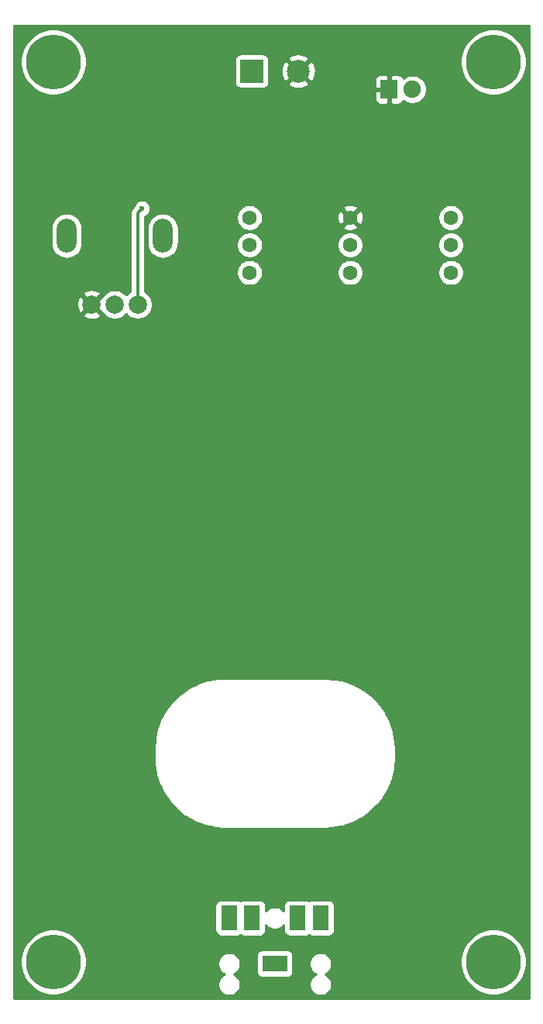
<source format=gbr>
G04 #@! TF.GenerationSoftware,KiCad,Pcbnew,(5.1.0-0)*
G04 #@! TF.CreationDate,2019-04-30T21:56:07-04:00*
G04 #@! TF.ProjectId,The Ear Tool,54686520-4561-4722-9054-6f6f6c2e6b69,1.3*
G04 #@! TF.SameCoordinates,Original*
G04 #@! TF.FileFunction,Copper,L1,Top*
G04 #@! TF.FilePolarity,Positive*
%FSLAX46Y46*%
G04 Gerber Fmt 4.6, Leading zero omitted, Abs format (unit mm)*
G04 Created by KiCad (PCBNEW (5.1.0-0)) date 2019-04-30 21:56:07*
%MOMM*%
%LPD*%
G04 APERTURE LIST*
%ADD10R,1.900000X2.000000*%
%ADD11C,1.900000*%
%ADD12C,1.600000*%
%ADD13C,6.000000*%
%ADD14C,2.000000*%
%ADD15O,2.200000X3.700000*%
%ADD16R,2.700000X1.800000*%
%ADD17R,1.800000X2.700000*%
%ADD18R,2.500000X2.500000*%
%ADD19C,2.500000*%
%ADD20C,0.600000*%
%ADD21C,0.350000*%
%ADD22C,0.254000*%
G04 APERTURE END LIST*
D10*
X146000000Y-45000000D03*
D11*
X148540000Y-45000000D03*
D12*
X152750000Y-65000000D03*
X152750000Y-62000000D03*
X152750000Y-59000000D03*
X141750000Y-65000000D03*
X141750000Y-62000000D03*
X141750000Y-59000000D03*
D13*
X109300000Y-42000000D03*
X157400000Y-42000000D03*
X109300000Y-140300000D03*
X157400000Y-140300000D03*
D14*
X113500000Y-68500000D03*
X116000000Y-68500000D03*
X118500000Y-68500000D03*
D15*
X110750000Y-61000000D03*
X121250000Y-61000000D03*
D16*
X133500000Y-140500000D03*
D17*
X128500000Y-135500000D03*
X131000000Y-135500000D03*
X136000000Y-135500000D03*
X138500000Y-135500000D03*
D18*
X131000000Y-43000000D03*
D19*
X136080000Y-43000000D03*
D12*
X130750000Y-65000000D03*
X130750000Y-62000000D03*
X130750000Y-59000000D03*
D20*
X119000000Y-58000000D03*
D21*
X118500000Y-68500000D02*
X118500000Y-58500000D01*
X118500000Y-58500000D02*
X119000000Y-58000000D01*
D22*
G36*
X161290001Y-38265115D02*
G01*
X161290000Y-38265124D01*
X161290001Y-143965114D01*
X161290000Y-143965124D01*
X161290000Y-144290000D01*
X105010000Y-144290000D01*
X105010000Y-139941984D01*
X105665000Y-139941984D01*
X105665000Y-140658016D01*
X105804691Y-141360290D01*
X106078705Y-142021818D01*
X106476511Y-142617177D01*
X106982823Y-143123489D01*
X107578182Y-143521295D01*
X108239710Y-143795309D01*
X108941984Y-143935000D01*
X109658016Y-143935000D01*
X110360290Y-143795309D01*
X111021818Y-143521295D01*
X111617177Y-143123489D01*
X112123489Y-142617177D01*
X112521295Y-142021818D01*
X112795309Y-141360290D01*
X112935000Y-140658016D01*
X112935000Y-140378363D01*
X127265000Y-140378363D01*
X127265000Y-140621637D01*
X127312460Y-140860236D01*
X127405557Y-141084992D01*
X127540713Y-141287267D01*
X127712733Y-141459287D01*
X127915008Y-141594443D01*
X127988779Y-141625000D01*
X127915008Y-141655557D01*
X127712733Y-141790713D01*
X127540713Y-141962733D01*
X127405557Y-142165008D01*
X127312460Y-142389764D01*
X127265000Y-142628363D01*
X127265000Y-142871637D01*
X127312460Y-143110236D01*
X127405557Y-143334992D01*
X127540713Y-143537267D01*
X127712733Y-143709287D01*
X127915008Y-143844443D01*
X128139764Y-143937540D01*
X128378363Y-143985000D01*
X128621637Y-143985000D01*
X128860236Y-143937540D01*
X129084992Y-143844443D01*
X129287267Y-143709287D01*
X129459287Y-143537267D01*
X129594443Y-143334992D01*
X129687540Y-143110236D01*
X129735000Y-142871637D01*
X129735000Y-142628363D01*
X129687540Y-142389764D01*
X129594443Y-142165008D01*
X129459287Y-141962733D01*
X129287267Y-141790713D01*
X129084992Y-141655557D01*
X129011221Y-141625000D01*
X129084992Y-141594443D01*
X129287267Y-141459287D01*
X129459287Y-141287267D01*
X129594443Y-141084992D01*
X129687540Y-140860236D01*
X129735000Y-140621637D01*
X129735000Y-140378363D01*
X129687540Y-140139764D01*
X129594443Y-139915008D01*
X129459287Y-139712733D01*
X129346554Y-139600000D01*
X131511928Y-139600000D01*
X131511928Y-141400000D01*
X131524188Y-141524482D01*
X131560498Y-141644180D01*
X131619463Y-141754494D01*
X131698815Y-141851185D01*
X131795506Y-141930537D01*
X131905820Y-141989502D01*
X132025518Y-142025812D01*
X132150000Y-142038072D01*
X134850000Y-142038072D01*
X134974482Y-142025812D01*
X135094180Y-141989502D01*
X135204494Y-141930537D01*
X135301185Y-141851185D01*
X135380537Y-141754494D01*
X135439502Y-141644180D01*
X135475812Y-141524482D01*
X135488072Y-141400000D01*
X135488072Y-140378363D01*
X137265000Y-140378363D01*
X137265000Y-140621637D01*
X137312460Y-140860236D01*
X137405557Y-141084992D01*
X137540713Y-141287267D01*
X137712733Y-141459287D01*
X137915008Y-141594443D01*
X137988779Y-141625000D01*
X137915008Y-141655557D01*
X137712733Y-141790713D01*
X137540713Y-141962733D01*
X137405557Y-142165008D01*
X137312460Y-142389764D01*
X137265000Y-142628363D01*
X137265000Y-142871637D01*
X137312460Y-143110236D01*
X137405557Y-143334992D01*
X137540713Y-143537267D01*
X137712733Y-143709287D01*
X137915008Y-143844443D01*
X138139764Y-143937540D01*
X138378363Y-143985000D01*
X138621637Y-143985000D01*
X138860236Y-143937540D01*
X139084992Y-143844443D01*
X139287267Y-143709287D01*
X139459287Y-143537267D01*
X139594443Y-143334992D01*
X139687540Y-143110236D01*
X139735000Y-142871637D01*
X139735000Y-142628363D01*
X139687540Y-142389764D01*
X139594443Y-142165008D01*
X139459287Y-141962733D01*
X139287267Y-141790713D01*
X139084992Y-141655557D01*
X139011221Y-141625000D01*
X139084992Y-141594443D01*
X139287267Y-141459287D01*
X139459287Y-141287267D01*
X139594443Y-141084992D01*
X139687540Y-140860236D01*
X139735000Y-140621637D01*
X139735000Y-140378363D01*
X139687540Y-140139764D01*
X139605617Y-139941984D01*
X153765000Y-139941984D01*
X153765000Y-140658016D01*
X153904691Y-141360290D01*
X154178705Y-142021818D01*
X154576511Y-142617177D01*
X155082823Y-143123489D01*
X155678182Y-143521295D01*
X156339710Y-143795309D01*
X157041984Y-143935000D01*
X157758016Y-143935000D01*
X158460290Y-143795309D01*
X159121818Y-143521295D01*
X159717177Y-143123489D01*
X160223489Y-142617177D01*
X160621295Y-142021818D01*
X160895309Y-141360290D01*
X161035000Y-140658016D01*
X161035000Y-139941984D01*
X160895309Y-139239710D01*
X160621295Y-138578182D01*
X160223489Y-137982823D01*
X159717177Y-137476511D01*
X159121818Y-137078705D01*
X158460290Y-136804691D01*
X157758016Y-136665000D01*
X157041984Y-136665000D01*
X156339710Y-136804691D01*
X155678182Y-137078705D01*
X155082823Y-137476511D01*
X154576511Y-137982823D01*
X154178705Y-138578182D01*
X153904691Y-139239710D01*
X153765000Y-139941984D01*
X139605617Y-139941984D01*
X139594443Y-139915008D01*
X139459287Y-139712733D01*
X139287267Y-139540713D01*
X139084992Y-139405557D01*
X138860236Y-139312460D01*
X138621637Y-139265000D01*
X138378363Y-139265000D01*
X138139764Y-139312460D01*
X137915008Y-139405557D01*
X137712733Y-139540713D01*
X137540713Y-139712733D01*
X137405557Y-139915008D01*
X137312460Y-140139764D01*
X137265000Y-140378363D01*
X135488072Y-140378363D01*
X135488072Y-139600000D01*
X135475812Y-139475518D01*
X135439502Y-139355820D01*
X135380537Y-139245506D01*
X135301185Y-139148815D01*
X135204494Y-139069463D01*
X135094180Y-139010498D01*
X134974482Y-138974188D01*
X134850000Y-138961928D01*
X132150000Y-138961928D01*
X132025518Y-138974188D01*
X131905820Y-139010498D01*
X131795506Y-139069463D01*
X131698815Y-139148815D01*
X131619463Y-139245506D01*
X131560498Y-139355820D01*
X131524188Y-139475518D01*
X131511928Y-139600000D01*
X129346554Y-139600000D01*
X129287267Y-139540713D01*
X129084992Y-139405557D01*
X128860236Y-139312460D01*
X128621637Y-139265000D01*
X128378363Y-139265000D01*
X128139764Y-139312460D01*
X127915008Y-139405557D01*
X127712733Y-139540713D01*
X127540713Y-139712733D01*
X127405557Y-139915008D01*
X127312460Y-140139764D01*
X127265000Y-140378363D01*
X112935000Y-140378363D01*
X112935000Y-139941984D01*
X112795309Y-139239710D01*
X112521295Y-138578182D01*
X112123489Y-137982823D01*
X111617177Y-137476511D01*
X111021818Y-137078705D01*
X110360290Y-136804691D01*
X109658016Y-136665000D01*
X108941984Y-136665000D01*
X108239710Y-136804691D01*
X107578182Y-137078705D01*
X106982823Y-137476511D01*
X106476511Y-137982823D01*
X106078705Y-138578182D01*
X105804691Y-139239710D01*
X105665000Y-139941984D01*
X105010000Y-139941984D01*
X105010000Y-134150000D01*
X126961928Y-134150000D01*
X126961928Y-136850000D01*
X126974188Y-136974482D01*
X127010498Y-137094180D01*
X127069463Y-137204494D01*
X127148815Y-137301185D01*
X127245506Y-137380537D01*
X127355820Y-137439502D01*
X127475518Y-137475812D01*
X127600000Y-137488072D01*
X129400000Y-137488072D01*
X129524482Y-137475812D01*
X129644180Y-137439502D01*
X129750000Y-137382939D01*
X129855820Y-137439502D01*
X129975518Y-137475812D01*
X130100000Y-137488072D01*
X131900000Y-137488072D01*
X132024482Y-137475812D01*
X132144180Y-137439502D01*
X132254494Y-137380537D01*
X132351185Y-137301185D01*
X132430537Y-137204494D01*
X132489502Y-137094180D01*
X132525812Y-136974482D01*
X132538072Y-136850000D01*
X132538072Y-136283314D01*
X132540713Y-136287267D01*
X132712733Y-136459287D01*
X132915008Y-136594443D01*
X133139764Y-136687540D01*
X133378363Y-136735000D01*
X133621637Y-136735000D01*
X133860236Y-136687540D01*
X134084992Y-136594443D01*
X134287267Y-136459287D01*
X134459287Y-136287267D01*
X134461928Y-136283314D01*
X134461928Y-136850000D01*
X134474188Y-136974482D01*
X134510498Y-137094180D01*
X134569463Y-137204494D01*
X134648815Y-137301185D01*
X134745506Y-137380537D01*
X134855820Y-137439502D01*
X134975518Y-137475812D01*
X135100000Y-137488072D01*
X136900000Y-137488072D01*
X137024482Y-137475812D01*
X137144180Y-137439502D01*
X137250000Y-137382939D01*
X137355820Y-137439502D01*
X137475518Y-137475812D01*
X137600000Y-137488072D01*
X139400000Y-137488072D01*
X139524482Y-137475812D01*
X139644180Y-137439502D01*
X139754494Y-137380537D01*
X139851185Y-137301185D01*
X139930537Y-137204494D01*
X139989502Y-137094180D01*
X140025812Y-136974482D01*
X140038072Y-136850000D01*
X140038072Y-134150000D01*
X140025812Y-134025518D01*
X139989502Y-133905820D01*
X139930537Y-133795506D01*
X139851185Y-133698815D01*
X139754494Y-133619463D01*
X139644180Y-133560498D01*
X139524482Y-133524188D01*
X139400000Y-133511928D01*
X137600000Y-133511928D01*
X137475518Y-133524188D01*
X137355820Y-133560498D01*
X137250000Y-133617061D01*
X137144180Y-133560498D01*
X137024482Y-133524188D01*
X136900000Y-133511928D01*
X135100000Y-133511928D01*
X134975518Y-133524188D01*
X134855820Y-133560498D01*
X134745506Y-133619463D01*
X134648815Y-133698815D01*
X134569463Y-133795506D01*
X134510498Y-133905820D01*
X134474188Y-134025518D01*
X134461928Y-134150000D01*
X134461928Y-134716686D01*
X134459287Y-134712733D01*
X134287267Y-134540713D01*
X134084992Y-134405557D01*
X133860236Y-134312460D01*
X133621637Y-134265000D01*
X133378363Y-134265000D01*
X133139764Y-134312460D01*
X132915008Y-134405557D01*
X132712733Y-134540713D01*
X132540713Y-134712733D01*
X132538072Y-134716686D01*
X132538072Y-134150000D01*
X132525812Y-134025518D01*
X132489502Y-133905820D01*
X132430537Y-133795506D01*
X132351185Y-133698815D01*
X132254494Y-133619463D01*
X132144180Y-133560498D01*
X132024482Y-133524188D01*
X131900000Y-133511928D01*
X130100000Y-133511928D01*
X129975518Y-133524188D01*
X129855820Y-133560498D01*
X129750000Y-133617061D01*
X129644180Y-133560498D01*
X129524482Y-133524188D01*
X129400000Y-133511928D01*
X127600000Y-133511928D01*
X127475518Y-133524188D01*
X127355820Y-133560498D01*
X127245506Y-133619463D01*
X127148815Y-133698815D01*
X127069463Y-133795506D01*
X127010498Y-133905820D01*
X126974188Y-134025518D01*
X126961928Y-134150000D01*
X105010000Y-134150000D01*
X105010000Y-118034876D01*
X120290000Y-118034876D01*
X120291521Y-118050316D01*
X120317313Y-118641059D01*
X120321135Y-118673352D01*
X120323122Y-118705834D01*
X120325870Y-118724218D01*
X120492644Y-119748246D01*
X120502760Y-119790382D01*
X120511775Y-119832796D01*
X120517208Y-119850564D01*
X120517210Y-119850573D01*
X120517213Y-119850581D01*
X120833512Y-120838699D01*
X120849740Y-120878863D01*
X120864931Y-120919494D01*
X120872933Y-120936271D01*
X121331816Y-121866793D01*
X121353798Y-121904111D01*
X121374832Y-121942057D01*
X121385227Y-121957467D01*
X121976608Y-122809940D01*
X122003881Y-122843619D01*
X122030277Y-122878019D01*
X122042835Y-122891723D01*
X122753726Y-123647421D01*
X122785675Y-123676697D01*
X122816867Y-123706819D01*
X122831312Y-123718516D01*
X123646093Y-124360838D01*
X123682017Y-124385069D01*
X123717320Y-124410250D01*
X123733336Y-124419684D01*
X124634108Y-124934518D01*
X124673211Y-124953169D01*
X124711857Y-124972860D01*
X124729091Y-124979823D01*
X125696067Y-125355859D01*
X125737520Y-125368532D01*
X125778629Y-125382287D01*
X125796703Y-125386626D01*
X126808639Y-125615604D01*
X126851489Y-125622008D01*
X126894200Y-125629539D01*
X126912717Y-125631159D01*
X127938911Y-125707418D01*
X127965123Y-125710000D01*
X139034877Y-125710000D01*
X139050318Y-125708479D01*
X139641059Y-125682687D01*
X139673352Y-125678865D01*
X139705834Y-125676878D01*
X139724218Y-125674130D01*
X140748246Y-125507356D01*
X140790382Y-125497240D01*
X140832796Y-125488225D01*
X140850564Y-125482792D01*
X140850573Y-125482790D01*
X140850581Y-125482787D01*
X141838699Y-125166488D01*
X141878863Y-125150260D01*
X141919494Y-125135069D01*
X141936271Y-125127067D01*
X142866793Y-124668184D01*
X142904111Y-124646202D01*
X142942057Y-124625168D01*
X142957467Y-124614773D01*
X143809940Y-124023392D01*
X143843619Y-123996119D01*
X143878019Y-123969723D01*
X143891723Y-123957165D01*
X144647421Y-123246274D01*
X144676697Y-123214325D01*
X144706819Y-123183133D01*
X144718516Y-123168688D01*
X145360838Y-122353907D01*
X145385069Y-122317983D01*
X145410250Y-122282680D01*
X145419684Y-122266664D01*
X145934518Y-121365892D01*
X145953169Y-121326789D01*
X145972860Y-121288143D01*
X145979823Y-121270909D01*
X146355859Y-120303933D01*
X146368532Y-120262480D01*
X146382287Y-120221371D01*
X146386626Y-120203297D01*
X146615604Y-119191361D01*
X146622008Y-119148511D01*
X146629539Y-119105800D01*
X146631159Y-119087283D01*
X146707418Y-118061089D01*
X146710000Y-118034877D01*
X146710000Y-116965123D01*
X146708479Y-116949682D01*
X146682687Y-116358940D01*
X146678865Y-116326646D01*
X146676878Y-116294166D01*
X146674130Y-116275783D01*
X146507356Y-115251754D01*
X146497241Y-115209621D01*
X146488225Y-115167204D01*
X146482790Y-115149428D01*
X146166488Y-114161301D01*
X146150263Y-114121144D01*
X146135069Y-114080505D01*
X146127066Y-114063729D01*
X145668184Y-113133206D01*
X145646182Y-113095855D01*
X145625167Y-113057943D01*
X145614773Y-113042533D01*
X145023391Y-112190059D01*
X144996121Y-112156384D01*
X144969723Y-112121981D01*
X144957165Y-112108277D01*
X144246274Y-111352579D01*
X144214333Y-111323311D01*
X144183133Y-111293181D01*
X144168688Y-111281484D01*
X143353907Y-110639162D01*
X143317980Y-110614929D01*
X143282679Y-110589749D01*
X143266664Y-110580316D01*
X142365892Y-110065482D01*
X142326789Y-110046831D01*
X142288143Y-110027140D01*
X142270909Y-110020177D01*
X141303933Y-109644141D01*
X141262487Y-109631470D01*
X141221372Y-109617713D01*
X141203297Y-109613374D01*
X140191361Y-109384396D01*
X140148511Y-109377992D01*
X140105800Y-109370461D01*
X140087283Y-109368841D01*
X139061089Y-109292582D01*
X139034877Y-109290000D01*
X127965123Y-109290000D01*
X127949682Y-109291521D01*
X127358940Y-109317313D01*
X127326646Y-109321135D01*
X127294166Y-109323122D01*
X127275783Y-109325870D01*
X126251754Y-109492644D01*
X126209621Y-109502759D01*
X126167204Y-109511775D01*
X126149428Y-109517210D01*
X125161301Y-109833512D01*
X125121144Y-109849737D01*
X125080505Y-109864931D01*
X125063729Y-109872934D01*
X124133206Y-110331816D01*
X124095855Y-110353818D01*
X124057943Y-110374833D01*
X124042533Y-110385227D01*
X123190059Y-110976609D01*
X123156384Y-111003879D01*
X123121981Y-111030277D01*
X123108277Y-111042835D01*
X122352579Y-111753726D01*
X122323311Y-111785667D01*
X122293181Y-111816867D01*
X122281484Y-111831312D01*
X121639162Y-112646093D01*
X121614929Y-112682020D01*
X121589749Y-112717321D01*
X121580316Y-112733336D01*
X121065482Y-113634108D01*
X121046831Y-113673211D01*
X121027140Y-113711857D01*
X121020177Y-113729091D01*
X120644141Y-114696067D01*
X120631470Y-114737513D01*
X120617713Y-114778628D01*
X120613374Y-114796703D01*
X120384396Y-115808639D01*
X120377992Y-115851489D01*
X120370461Y-115894200D01*
X120368841Y-115912717D01*
X120292579Y-116938952D01*
X120290001Y-116965123D01*
X120290000Y-118034876D01*
X105010000Y-118034876D01*
X105010000Y-69635413D01*
X112544192Y-69635413D01*
X112639956Y-69899814D01*
X112929571Y-70040704D01*
X113241108Y-70122384D01*
X113562595Y-70141718D01*
X113881675Y-70097961D01*
X114186088Y-69992795D01*
X114360044Y-69899814D01*
X114455808Y-69635413D01*
X113500000Y-68679605D01*
X112544192Y-69635413D01*
X105010000Y-69635413D01*
X105010000Y-68562595D01*
X111858282Y-68562595D01*
X111902039Y-68881675D01*
X112007205Y-69186088D01*
X112100186Y-69360044D01*
X112364587Y-69455808D01*
X113320395Y-68500000D01*
X113679605Y-68500000D01*
X114635413Y-69455808D01*
X114665075Y-69445065D01*
X114730013Y-69542252D01*
X114957748Y-69769987D01*
X115225537Y-69948918D01*
X115523088Y-70072168D01*
X115838967Y-70135000D01*
X116161033Y-70135000D01*
X116476912Y-70072168D01*
X116774463Y-69948918D01*
X117042252Y-69769987D01*
X117250000Y-69562239D01*
X117457748Y-69769987D01*
X117725537Y-69948918D01*
X118023088Y-70072168D01*
X118338967Y-70135000D01*
X118661033Y-70135000D01*
X118976912Y-70072168D01*
X119274463Y-69948918D01*
X119542252Y-69769987D01*
X119769987Y-69542252D01*
X119948918Y-69274463D01*
X120072168Y-68976912D01*
X120135000Y-68661033D01*
X120135000Y-68338967D01*
X120072168Y-68023088D01*
X119948918Y-67725537D01*
X119769987Y-67457748D01*
X119542252Y-67230013D01*
X119310000Y-67074827D01*
X119310000Y-64858665D01*
X129315000Y-64858665D01*
X129315000Y-65141335D01*
X129370147Y-65418574D01*
X129478320Y-65679727D01*
X129635363Y-65914759D01*
X129835241Y-66114637D01*
X130070273Y-66271680D01*
X130331426Y-66379853D01*
X130608665Y-66435000D01*
X130891335Y-66435000D01*
X131168574Y-66379853D01*
X131429727Y-66271680D01*
X131664759Y-66114637D01*
X131864637Y-65914759D01*
X132021680Y-65679727D01*
X132129853Y-65418574D01*
X132185000Y-65141335D01*
X132185000Y-64858665D01*
X140315000Y-64858665D01*
X140315000Y-65141335D01*
X140370147Y-65418574D01*
X140478320Y-65679727D01*
X140635363Y-65914759D01*
X140835241Y-66114637D01*
X141070273Y-66271680D01*
X141331426Y-66379853D01*
X141608665Y-66435000D01*
X141891335Y-66435000D01*
X142168574Y-66379853D01*
X142429727Y-66271680D01*
X142664759Y-66114637D01*
X142864637Y-65914759D01*
X143021680Y-65679727D01*
X143129853Y-65418574D01*
X143185000Y-65141335D01*
X143185000Y-64858665D01*
X151315000Y-64858665D01*
X151315000Y-65141335D01*
X151370147Y-65418574D01*
X151478320Y-65679727D01*
X151635363Y-65914759D01*
X151835241Y-66114637D01*
X152070273Y-66271680D01*
X152331426Y-66379853D01*
X152608665Y-66435000D01*
X152891335Y-66435000D01*
X153168574Y-66379853D01*
X153429727Y-66271680D01*
X153664759Y-66114637D01*
X153864637Y-65914759D01*
X154021680Y-65679727D01*
X154129853Y-65418574D01*
X154185000Y-65141335D01*
X154185000Y-64858665D01*
X154129853Y-64581426D01*
X154021680Y-64320273D01*
X153864637Y-64085241D01*
X153664759Y-63885363D01*
X153429727Y-63728320D01*
X153168574Y-63620147D01*
X152891335Y-63565000D01*
X152608665Y-63565000D01*
X152331426Y-63620147D01*
X152070273Y-63728320D01*
X151835241Y-63885363D01*
X151635363Y-64085241D01*
X151478320Y-64320273D01*
X151370147Y-64581426D01*
X151315000Y-64858665D01*
X143185000Y-64858665D01*
X143129853Y-64581426D01*
X143021680Y-64320273D01*
X142864637Y-64085241D01*
X142664759Y-63885363D01*
X142429727Y-63728320D01*
X142168574Y-63620147D01*
X141891335Y-63565000D01*
X141608665Y-63565000D01*
X141331426Y-63620147D01*
X141070273Y-63728320D01*
X140835241Y-63885363D01*
X140635363Y-64085241D01*
X140478320Y-64320273D01*
X140370147Y-64581426D01*
X140315000Y-64858665D01*
X132185000Y-64858665D01*
X132129853Y-64581426D01*
X132021680Y-64320273D01*
X131864637Y-64085241D01*
X131664759Y-63885363D01*
X131429727Y-63728320D01*
X131168574Y-63620147D01*
X130891335Y-63565000D01*
X130608665Y-63565000D01*
X130331426Y-63620147D01*
X130070273Y-63728320D01*
X129835241Y-63885363D01*
X129635363Y-64085241D01*
X129478320Y-64320273D01*
X129370147Y-64581426D01*
X129315000Y-64858665D01*
X119310000Y-64858665D01*
X119310000Y-60164776D01*
X119515000Y-60164776D01*
X119515000Y-61835225D01*
X119540105Y-62090119D01*
X119639315Y-62417168D01*
X119800422Y-62718578D01*
X120017235Y-62982766D01*
X120281423Y-63199579D01*
X120582833Y-63360686D01*
X120909882Y-63459895D01*
X121250000Y-63493394D01*
X121590119Y-63459895D01*
X121917168Y-63360686D01*
X122218578Y-63199579D01*
X122482766Y-62982766D01*
X122699579Y-62718578D01*
X122860686Y-62417168D01*
X122959895Y-62090119D01*
X122982691Y-61858665D01*
X129315000Y-61858665D01*
X129315000Y-62141335D01*
X129370147Y-62418574D01*
X129478320Y-62679727D01*
X129635363Y-62914759D01*
X129835241Y-63114637D01*
X130070273Y-63271680D01*
X130331426Y-63379853D01*
X130608665Y-63435000D01*
X130891335Y-63435000D01*
X131168574Y-63379853D01*
X131429727Y-63271680D01*
X131664759Y-63114637D01*
X131864637Y-62914759D01*
X132021680Y-62679727D01*
X132129853Y-62418574D01*
X132185000Y-62141335D01*
X132185000Y-61858665D01*
X140315000Y-61858665D01*
X140315000Y-62141335D01*
X140370147Y-62418574D01*
X140478320Y-62679727D01*
X140635363Y-62914759D01*
X140835241Y-63114637D01*
X141070273Y-63271680D01*
X141331426Y-63379853D01*
X141608665Y-63435000D01*
X141891335Y-63435000D01*
X142168574Y-63379853D01*
X142429727Y-63271680D01*
X142664759Y-63114637D01*
X142864637Y-62914759D01*
X143021680Y-62679727D01*
X143129853Y-62418574D01*
X143185000Y-62141335D01*
X143185000Y-61858665D01*
X151315000Y-61858665D01*
X151315000Y-62141335D01*
X151370147Y-62418574D01*
X151478320Y-62679727D01*
X151635363Y-62914759D01*
X151835241Y-63114637D01*
X152070273Y-63271680D01*
X152331426Y-63379853D01*
X152608665Y-63435000D01*
X152891335Y-63435000D01*
X153168574Y-63379853D01*
X153429727Y-63271680D01*
X153664759Y-63114637D01*
X153864637Y-62914759D01*
X154021680Y-62679727D01*
X154129853Y-62418574D01*
X154185000Y-62141335D01*
X154185000Y-61858665D01*
X154129853Y-61581426D01*
X154021680Y-61320273D01*
X153864637Y-61085241D01*
X153664759Y-60885363D01*
X153429727Y-60728320D01*
X153168574Y-60620147D01*
X152891335Y-60565000D01*
X152608665Y-60565000D01*
X152331426Y-60620147D01*
X152070273Y-60728320D01*
X151835241Y-60885363D01*
X151635363Y-61085241D01*
X151478320Y-61320273D01*
X151370147Y-61581426D01*
X151315000Y-61858665D01*
X143185000Y-61858665D01*
X143129853Y-61581426D01*
X143021680Y-61320273D01*
X142864637Y-61085241D01*
X142664759Y-60885363D01*
X142429727Y-60728320D01*
X142168574Y-60620147D01*
X141891335Y-60565000D01*
X141608665Y-60565000D01*
X141331426Y-60620147D01*
X141070273Y-60728320D01*
X140835241Y-60885363D01*
X140635363Y-61085241D01*
X140478320Y-61320273D01*
X140370147Y-61581426D01*
X140315000Y-61858665D01*
X132185000Y-61858665D01*
X132129853Y-61581426D01*
X132021680Y-61320273D01*
X131864637Y-61085241D01*
X131664759Y-60885363D01*
X131429727Y-60728320D01*
X131168574Y-60620147D01*
X130891335Y-60565000D01*
X130608665Y-60565000D01*
X130331426Y-60620147D01*
X130070273Y-60728320D01*
X129835241Y-60885363D01*
X129635363Y-61085241D01*
X129478320Y-61320273D01*
X129370147Y-61581426D01*
X129315000Y-61858665D01*
X122982691Y-61858665D01*
X122985000Y-61835225D01*
X122985000Y-60164775D01*
X122959895Y-59909881D01*
X122860686Y-59582832D01*
X122699579Y-59281422D01*
X122482766Y-59017234D01*
X122289548Y-58858665D01*
X129315000Y-58858665D01*
X129315000Y-59141335D01*
X129370147Y-59418574D01*
X129478320Y-59679727D01*
X129635363Y-59914759D01*
X129835241Y-60114637D01*
X130070273Y-60271680D01*
X130331426Y-60379853D01*
X130608665Y-60435000D01*
X130891335Y-60435000D01*
X131168574Y-60379853D01*
X131429727Y-60271680D01*
X131664759Y-60114637D01*
X131786694Y-59992702D01*
X140936903Y-59992702D01*
X141008486Y-60236671D01*
X141263996Y-60357571D01*
X141538184Y-60426300D01*
X141820512Y-60440217D01*
X142100130Y-60398787D01*
X142366292Y-60303603D01*
X142491514Y-60236671D01*
X142563097Y-59992702D01*
X141750000Y-59179605D01*
X140936903Y-59992702D01*
X131786694Y-59992702D01*
X131864637Y-59914759D01*
X132021680Y-59679727D01*
X132129853Y-59418574D01*
X132185000Y-59141335D01*
X132185000Y-59070512D01*
X140309783Y-59070512D01*
X140351213Y-59350130D01*
X140446397Y-59616292D01*
X140513329Y-59741514D01*
X140757298Y-59813097D01*
X141570395Y-59000000D01*
X141929605Y-59000000D01*
X142742702Y-59813097D01*
X142986671Y-59741514D01*
X143107571Y-59486004D01*
X143176300Y-59211816D01*
X143190217Y-58929488D01*
X143179724Y-58858665D01*
X151315000Y-58858665D01*
X151315000Y-59141335D01*
X151370147Y-59418574D01*
X151478320Y-59679727D01*
X151635363Y-59914759D01*
X151835241Y-60114637D01*
X152070273Y-60271680D01*
X152331426Y-60379853D01*
X152608665Y-60435000D01*
X152891335Y-60435000D01*
X153168574Y-60379853D01*
X153429727Y-60271680D01*
X153664759Y-60114637D01*
X153864637Y-59914759D01*
X154021680Y-59679727D01*
X154129853Y-59418574D01*
X154185000Y-59141335D01*
X154185000Y-58858665D01*
X154129853Y-58581426D01*
X154021680Y-58320273D01*
X153864637Y-58085241D01*
X153664759Y-57885363D01*
X153429727Y-57728320D01*
X153168574Y-57620147D01*
X152891335Y-57565000D01*
X152608665Y-57565000D01*
X152331426Y-57620147D01*
X152070273Y-57728320D01*
X151835241Y-57885363D01*
X151635363Y-58085241D01*
X151478320Y-58320273D01*
X151370147Y-58581426D01*
X151315000Y-58858665D01*
X143179724Y-58858665D01*
X143148787Y-58649870D01*
X143053603Y-58383708D01*
X142986671Y-58258486D01*
X142742702Y-58186903D01*
X141929605Y-59000000D01*
X141570395Y-59000000D01*
X140757298Y-58186903D01*
X140513329Y-58258486D01*
X140392429Y-58513996D01*
X140323700Y-58788184D01*
X140309783Y-59070512D01*
X132185000Y-59070512D01*
X132185000Y-58858665D01*
X132129853Y-58581426D01*
X132021680Y-58320273D01*
X131864637Y-58085241D01*
X131786694Y-58007298D01*
X140936903Y-58007298D01*
X141750000Y-58820395D01*
X142563097Y-58007298D01*
X142491514Y-57763329D01*
X142236004Y-57642429D01*
X141961816Y-57573700D01*
X141679488Y-57559783D01*
X141399870Y-57601213D01*
X141133708Y-57696397D01*
X141008486Y-57763329D01*
X140936903Y-58007298D01*
X131786694Y-58007298D01*
X131664759Y-57885363D01*
X131429727Y-57728320D01*
X131168574Y-57620147D01*
X130891335Y-57565000D01*
X130608665Y-57565000D01*
X130331426Y-57620147D01*
X130070273Y-57728320D01*
X129835241Y-57885363D01*
X129635363Y-58085241D01*
X129478320Y-58320273D01*
X129370147Y-58581426D01*
X129315000Y-58858665D01*
X122289548Y-58858665D01*
X122218577Y-58800421D01*
X121917167Y-58639314D01*
X121590118Y-58540105D01*
X121250000Y-58506606D01*
X120909881Y-58540105D01*
X120582832Y-58639314D01*
X120281422Y-58800421D01*
X120017234Y-59017234D01*
X119800421Y-59281423D01*
X119639314Y-59582833D01*
X119540105Y-59909882D01*
X119515000Y-60164776D01*
X119310000Y-60164776D01*
X119310000Y-58883630D01*
X119442889Y-58828586D01*
X119596028Y-58726262D01*
X119726262Y-58596028D01*
X119828586Y-58442889D01*
X119899068Y-58272729D01*
X119935000Y-58092089D01*
X119935000Y-57907911D01*
X119899068Y-57727271D01*
X119828586Y-57557111D01*
X119726262Y-57403972D01*
X119596028Y-57273738D01*
X119442889Y-57171414D01*
X119272729Y-57100932D01*
X119092089Y-57065000D01*
X118907911Y-57065000D01*
X118727271Y-57100932D01*
X118557111Y-57171414D01*
X118403972Y-57273738D01*
X118273738Y-57403972D01*
X118171414Y-57557111D01*
X118100932Y-57727271D01*
X118094405Y-57760083D01*
X117955383Y-57899105D01*
X117924473Y-57924472D01*
X117899108Y-57955380D01*
X117823251Y-58047811D01*
X117748038Y-58188527D01*
X117701721Y-58341213D01*
X117686081Y-58500000D01*
X117690001Y-58539798D01*
X117690000Y-67074827D01*
X117457748Y-67230013D01*
X117250000Y-67437761D01*
X117042252Y-67230013D01*
X116774463Y-67051082D01*
X116476912Y-66927832D01*
X116161033Y-66865000D01*
X115838967Y-66865000D01*
X115523088Y-66927832D01*
X115225537Y-67051082D01*
X114957748Y-67230013D01*
X114730013Y-67457748D01*
X114665075Y-67554935D01*
X114635413Y-67544192D01*
X113679605Y-68500000D01*
X113320395Y-68500000D01*
X112364587Y-67544192D01*
X112100186Y-67639956D01*
X111959296Y-67929571D01*
X111877616Y-68241108D01*
X111858282Y-68562595D01*
X105010000Y-68562595D01*
X105010000Y-67364587D01*
X112544192Y-67364587D01*
X113500000Y-68320395D01*
X114455808Y-67364587D01*
X114360044Y-67100186D01*
X114070429Y-66959296D01*
X113758892Y-66877616D01*
X113437405Y-66858282D01*
X113118325Y-66902039D01*
X112813912Y-67007205D01*
X112639956Y-67100186D01*
X112544192Y-67364587D01*
X105010000Y-67364587D01*
X105010000Y-60164776D01*
X109015000Y-60164776D01*
X109015000Y-61835225D01*
X109040105Y-62090119D01*
X109139315Y-62417168D01*
X109300422Y-62718578D01*
X109517235Y-62982766D01*
X109781423Y-63199579D01*
X110082833Y-63360686D01*
X110409882Y-63459895D01*
X110750000Y-63493394D01*
X111090119Y-63459895D01*
X111417168Y-63360686D01*
X111718578Y-63199579D01*
X111982766Y-62982766D01*
X112199579Y-62718578D01*
X112360686Y-62417168D01*
X112459895Y-62090119D01*
X112485000Y-61835225D01*
X112485000Y-60164775D01*
X112459895Y-59909881D01*
X112360686Y-59582832D01*
X112199579Y-59281422D01*
X111982766Y-59017234D01*
X111718577Y-58800421D01*
X111417167Y-58639314D01*
X111090118Y-58540105D01*
X110750000Y-58506606D01*
X110409881Y-58540105D01*
X110082832Y-58639314D01*
X109781422Y-58800421D01*
X109517234Y-59017234D01*
X109300421Y-59281423D01*
X109139314Y-59582833D01*
X109040105Y-59909882D01*
X109015000Y-60164776D01*
X105010000Y-60164776D01*
X105010000Y-46000000D01*
X144411928Y-46000000D01*
X144424188Y-46124482D01*
X144460498Y-46244180D01*
X144519463Y-46354494D01*
X144598815Y-46451185D01*
X144695506Y-46530537D01*
X144805820Y-46589502D01*
X144925518Y-46625812D01*
X145050000Y-46638072D01*
X145714250Y-46635000D01*
X145873000Y-46476250D01*
X145873000Y-45127000D01*
X144573750Y-45127000D01*
X144415000Y-45285750D01*
X144411928Y-46000000D01*
X105010000Y-46000000D01*
X105010000Y-41641984D01*
X105665000Y-41641984D01*
X105665000Y-42358016D01*
X105804691Y-43060290D01*
X106078705Y-43721818D01*
X106476511Y-44317177D01*
X106982823Y-44823489D01*
X107578182Y-45221295D01*
X108239710Y-45495309D01*
X108941984Y-45635000D01*
X109658016Y-45635000D01*
X110360290Y-45495309D01*
X111021818Y-45221295D01*
X111617177Y-44823489D01*
X112123489Y-44317177D01*
X112521295Y-43721818D01*
X112795309Y-43060290D01*
X112935000Y-42358016D01*
X112935000Y-41750000D01*
X129111928Y-41750000D01*
X129111928Y-44250000D01*
X129124188Y-44374482D01*
X129160498Y-44494180D01*
X129219463Y-44604494D01*
X129298815Y-44701185D01*
X129395506Y-44780537D01*
X129505820Y-44839502D01*
X129625518Y-44875812D01*
X129750000Y-44888072D01*
X132250000Y-44888072D01*
X132374482Y-44875812D01*
X132494180Y-44839502D01*
X132604494Y-44780537D01*
X132701185Y-44701185D01*
X132780537Y-44604494D01*
X132839502Y-44494180D01*
X132875812Y-44374482D01*
X132881807Y-44313605D01*
X134946000Y-44313605D01*
X135071914Y-44603577D01*
X135404126Y-44769433D01*
X135762312Y-44867290D01*
X136132706Y-44893389D01*
X136501075Y-44846725D01*
X136853262Y-44729094D01*
X137088086Y-44603577D01*
X137214000Y-44313605D01*
X136080000Y-43179605D01*
X134946000Y-44313605D01*
X132881807Y-44313605D01*
X132888072Y-44250000D01*
X132888072Y-43052706D01*
X134186611Y-43052706D01*
X134233275Y-43421075D01*
X134350906Y-43773262D01*
X134476423Y-44008086D01*
X134766395Y-44134000D01*
X135900395Y-43000000D01*
X136259605Y-43000000D01*
X137393605Y-44134000D01*
X137683577Y-44008086D01*
X137687613Y-44000000D01*
X144411928Y-44000000D01*
X144415000Y-44714250D01*
X144573750Y-44873000D01*
X145873000Y-44873000D01*
X145873000Y-43523750D01*
X146127000Y-43523750D01*
X146127000Y-44873000D01*
X146147000Y-44873000D01*
X146147000Y-45127000D01*
X146127000Y-45127000D01*
X146127000Y-46476250D01*
X146285750Y-46635000D01*
X146950000Y-46638072D01*
X147074482Y-46625812D01*
X147194180Y-46589502D01*
X147304494Y-46530537D01*
X147401185Y-46451185D01*
X147480537Y-46354494D01*
X147539502Y-46244180D01*
X147541123Y-46238836D01*
X147789221Y-46404609D01*
X148077673Y-46524089D01*
X148383891Y-46585000D01*
X148696109Y-46585000D01*
X149002327Y-46524089D01*
X149290779Y-46404609D01*
X149550379Y-46231150D01*
X149771150Y-46010379D01*
X149944609Y-45750779D01*
X150064089Y-45462327D01*
X150125000Y-45156109D01*
X150125000Y-44843891D01*
X150064089Y-44537673D01*
X149944609Y-44249221D01*
X149771150Y-43989621D01*
X149550379Y-43768850D01*
X149290779Y-43595391D01*
X149002327Y-43475911D01*
X148696109Y-43415000D01*
X148383891Y-43415000D01*
X148077673Y-43475911D01*
X147789221Y-43595391D01*
X147541123Y-43761164D01*
X147539502Y-43755820D01*
X147480537Y-43645506D01*
X147401185Y-43548815D01*
X147304494Y-43469463D01*
X147194180Y-43410498D01*
X147074482Y-43374188D01*
X146950000Y-43361928D01*
X146285750Y-43365000D01*
X146127000Y-43523750D01*
X145873000Y-43523750D01*
X145714250Y-43365000D01*
X145050000Y-43361928D01*
X144925518Y-43374188D01*
X144805820Y-43410498D01*
X144695506Y-43469463D01*
X144598815Y-43548815D01*
X144519463Y-43645506D01*
X144460498Y-43755820D01*
X144424188Y-43875518D01*
X144411928Y-44000000D01*
X137687613Y-44000000D01*
X137849433Y-43675874D01*
X137947290Y-43317688D01*
X137973389Y-42947294D01*
X137926725Y-42578925D01*
X137809094Y-42226738D01*
X137683577Y-41991914D01*
X137393605Y-41866000D01*
X136259605Y-43000000D01*
X135900395Y-43000000D01*
X134766395Y-41866000D01*
X134476423Y-41991914D01*
X134310567Y-42324126D01*
X134212710Y-42682312D01*
X134186611Y-43052706D01*
X132888072Y-43052706D01*
X132888072Y-41750000D01*
X132881808Y-41686395D01*
X134946000Y-41686395D01*
X136080000Y-42820395D01*
X137214000Y-41686395D01*
X137194716Y-41641984D01*
X153765000Y-41641984D01*
X153765000Y-42358016D01*
X153904691Y-43060290D01*
X154178705Y-43721818D01*
X154576511Y-44317177D01*
X155082823Y-44823489D01*
X155678182Y-45221295D01*
X156339710Y-45495309D01*
X157041984Y-45635000D01*
X157758016Y-45635000D01*
X158460290Y-45495309D01*
X159121818Y-45221295D01*
X159717177Y-44823489D01*
X160223489Y-44317177D01*
X160621295Y-43721818D01*
X160895309Y-43060290D01*
X161035000Y-42358016D01*
X161035000Y-41641984D01*
X160895309Y-40939710D01*
X160621295Y-40278182D01*
X160223489Y-39682823D01*
X159717177Y-39176511D01*
X159121818Y-38778705D01*
X158460290Y-38504691D01*
X157758016Y-38365000D01*
X157041984Y-38365000D01*
X156339710Y-38504691D01*
X155678182Y-38778705D01*
X155082823Y-39176511D01*
X154576511Y-39682823D01*
X154178705Y-40278182D01*
X153904691Y-40939710D01*
X153765000Y-41641984D01*
X137194716Y-41641984D01*
X137088086Y-41396423D01*
X136755874Y-41230567D01*
X136397688Y-41132710D01*
X136027294Y-41106611D01*
X135658925Y-41153275D01*
X135306738Y-41270906D01*
X135071914Y-41396423D01*
X134946000Y-41686395D01*
X132881808Y-41686395D01*
X132875812Y-41625518D01*
X132839502Y-41505820D01*
X132780537Y-41395506D01*
X132701185Y-41298815D01*
X132604494Y-41219463D01*
X132494180Y-41160498D01*
X132374482Y-41124188D01*
X132250000Y-41111928D01*
X129750000Y-41111928D01*
X129625518Y-41124188D01*
X129505820Y-41160498D01*
X129395506Y-41219463D01*
X129298815Y-41298815D01*
X129219463Y-41395506D01*
X129160498Y-41505820D01*
X129124188Y-41625518D01*
X129111928Y-41750000D01*
X112935000Y-41750000D01*
X112935000Y-41641984D01*
X112795309Y-40939710D01*
X112521295Y-40278182D01*
X112123489Y-39682823D01*
X111617177Y-39176511D01*
X111021818Y-38778705D01*
X110360290Y-38504691D01*
X109658016Y-38365000D01*
X108941984Y-38365000D01*
X108239710Y-38504691D01*
X107578182Y-38778705D01*
X106982823Y-39176511D01*
X106476511Y-39682823D01*
X106078705Y-40278182D01*
X105804691Y-40939710D01*
X105665000Y-41641984D01*
X105010000Y-41641984D01*
X105010000Y-38010000D01*
X161290001Y-38010000D01*
X161290001Y-38265115D01*
X161290001Y-38265115D01*
G37*
X161290001Y-38265115D02*
X161290000Y-38265124D01*
X161290001Y-143965114D01*
X161290000Y-143965124D01*
X161290000Y-144290000D01*
X105010000Y-144290000D01*
X105010000Y-139941984D01*
X105665000Y-139941984D01*
X105665000Y-140658016D01*
X105804691Y-141360290D01*
X106078705Y-142021818D01*
X106476511Y-142617177D01*
X106982823Y-143123489D01*
X107578182Y-143521295D01*
X108239710Y-143795309D01*
X108941984Y-143935000D01*
X109658016Y-143935000D01*
X110360290Y-143795309D01*
X111021818Y-143521295D01*
X111617177Y-143123489D01*
X112123489Y-142617177D01*
X112521295Y-142021818D01*
X112795309Y-141360290D01*
X112935000Y-140658016D01*
X112935000Y-140378363D01*
X127265000Y-140378363D01*
X127265000Y-140621637D01*
X127312460Y-140860236D01*
X127405557Y-141084992D01*
X127540713Y-141287267D01*
X127712733Y-141459287D01*
X127915008Y-141594443D01*
X127988779Y-141625000D01*
X127915008Y-141655557D01*
X127712733Y-141790713D01*
X127540713Y-141962733D01*
X127405557Y-142165008D01*
X127312460Y-142389764D01*
X127265000Y-142628363D01*
X127265000Y-142871637D01*
X127312460Y-143110236D01*
X127405557Y-143334992D01*
X127540713Y-143537267D01*
X127712733Y-143709287D01*
X127915008Y-143844443D01*
X128139764Y-143937540D01*
X128378363Y-143985000D01*
X128621637Y-143985000D01*
X128860236Y-143937540D01*
X129084992Y-143844443D01*
X129287267Y-143709287D01*
X129459287Y-143537267D01*
X129594443Y-143334992D01*
X129687540Y-143110236D01*
X129735000Y-142871637D01*
X129735000Y-142628363D01*
X129687540Y-142389764D01*
X129594443Y-142165008D01*
X129459287Y-141962733D01*
X129287267Y-141790713D01*
X129084992Y-141655557D01*
X129011221Y-141625000D01*
X129084992Y-141594443D01*
X129287267Y-141459287D01*
X129459287Y-141287267D01*
X129594443Y-141084992D01*
X129687540Y-140860236D01*
X129735000Y-140621637D01*
X129735000Y-140378363D01*
X129687540Y-140139764D01*
X129594443Y-139915008D01*
X129459287Y-139712733D01*
X129346554Y-139600000D01*
X131511928Y-139600000D01*
X131511928Y-141400000D01*
X131524188Y-141524482D01*
X131560498Y-141644180D01*
X131619463Y-141754494D01*
X131698815Y-141851185D01*
X131795506Y-141930537D01*
X131905820Y-141989502D01*
X132025518Y-142025812D01*
X132150000Y-142038072D01*
X134850000Y-142038072D01*
X134974482Y-142025812D01*
X135094180Y-141989502D01*
X135204494Y-141930537D01*
X135301185Y-141851185D01*
X135380537Y-141754494D01*
X135439502Y-141644180D01*
X135475812Y-141524482D01*
X135488072Y-141400000D01*
X135488072Y-140378363D01*
X137265000Y-140378363D01*
X137265000Y-140621637D01*
X137312460Y-140860236D01*
X137405557Y-141084992D01*
X137540713Y-141287267D01*
X137712733Y-141459287D01*
X137915008Y-141594443D01*
X137988779Y-141625000D01*
X137915008Y-141655557D01*
X137712733Y-141790713D01*
X137540713Y-141962733D01*
X137405557Y-142165008D01*
X137312460Y-142389764D01*
X137265000Y-142628363D01*
X137265000Y-142871637D01*
X137312460Y-143110236D01*
X137405557Y-143334992D01*
X137540713Y-143537267D01*
X137712733Y-143709287D01*
X137915008Y-143844443D01*
X138139764Y-143937540D01*
X138378363Y-143985000D01*
X138621637Y-143985000D01*
X138860236Y-143937540D01*
X139084992Y-143844443D01*
X139287267Y-143709287D01*
X139459287Y-143537267D01*
X139594443Y-143334992D01*
X139687540Y-143110236D01*
X139735000Y-142871637D01*
X139735000Y-142628363D01*
X139687540Y-142389764D01*
X139594443Y-142165008D01*
X139459287Y-141962733D01*
X139287267Y-141790713D01*
X139084992Y-141655557D01*
X139011221Y-141625000D01*
X139084992Y-141594443D01*
X139287267Y-141459287D01*
X139459287Y-141287267D01*
X139594443Y-141084992D01*
X139687540Y-140860236D01*
X139735000Y-140621637D01*
X139735000Y-140378363D01*
X139687540Y-140139764D01*
X139605617Y-139941984D01*
X153765000Y-139941984D01*
X153765000Y-140658016D01*
X153904691Y-141360290D01*
X154178705Y-142021818D01*
X154576511Y-142617177D01*
X155082823Y-143123489D01*
X155678182Y-143521295D01*
X156339710Y-143795309D01*
X157041984Y-143935000D01*
X157758016Y-143935000D01*
X158460290Y-143795309D01*
X159121818Y-143521295D01*
X159717177Y-143123489D01*
X160223489Y-142617177D01*
X160621295Y-142021818D01*
X160895309Y-141360290D01*
X161035000Y-140658016D01*
X161035000Y-139941984D01*
X160895309Y-139239710D01*
X160621295Y-138578182D01*
X160223489Y-137982823D01*
X159717177Y-137476511D01*
X159121818Y-137078705D01*
X158460290Y-136804691D01*
X157758016Y-136665000D01*
X157041984Y-136665000D01*
X156339710Y-136804691D01*
X155678182Y-137078705D01*
X155082823Y-137476511D01*
X154576511Y-137982823D01*
X154178705Y-138578182D01*
X153904691Y-139239710D01*
X153765000Y-139941984D01*
X139605617Y-139941984D01*
X139594443Y-139915008D01*
X139459287Y-139712733D01*
X139287267Y-139540713D01*
X139084992Y-139405557D01*
X138860236Y-139312460D01*
X138621637Y-139265000D01*
X138378363Y-139265000D01*
X138139764Y-139312460D01*
X137915008Y-139405557D01*
X137712733Y-139540713D01*
X137540713Y-139712733D01*
X137405557Y-139915008D01*
X137312460Y-140139764D01*
X137265000Y-140378363D01*
X135488072Y-140378363D01*
X135488072Y-139600000D01*
X135475812Y-139475518D01*
X135439502Y-139355820D01*
X135380537Y-139245506D01*
X135301185Y-139148815D01*
X135204494Y-139069463D01*
X135094180Y-139010498D01*
X134974482Y-138974188D01*
X134850000Y-138961928D01*
X132150000Y-138961928D01*
X132025518Y-138974188D01*
X131905820Y-139010498D01*
X131795506Y-139069463D01*
X131698815Y-139148815D01*
X131619463Y-139245506D01*
X131560498Y-139355820D01*
X131524188Y-139475518D01*
X131511928Y-139600000D01*
X129346554Y-139600000D01*
X129287267Y-139540713D01*
X129084992Y-139405557D01*
X128860236Y-139312460D01*
X128621637Y-139265000D01*
X128378363Y-139265000D01*
X128139764Y-139312460D01*
X127915008Y-139405557D01*
X127712733Y-139540713D01*
X127540713Y-139712733D01*
X127405557Y-139915008D01*
X127312460Y-140139764D01*
X127265000Y-140378363D01*
X112935000Y-140378363D01*
X112935000Y-139941984D01*
X112795309Y-139239710D01*
X112521295Y-138578182D01*
X112123489Y-137982823D01*
X111617177Y-137476511D01*
X111021818Y-137078705D01*
X110360290Y-136804691D01*
X109658016Y-136665000D01*
X108941984Y-136665000D01*
X108239710Y-136804691D01*
X107578182Y-137078705D01*
X106982823Y-137476511D01*
X106476511Y-137982823D01*
X106078705Y-138578182D01*
X105804691Y-139239710D01*
X105665000Y-139941984D01*
X105010000Y-139941984D01*
X105010000Y-134150000D01*
X126961928Y-134150000D01*
X126961928Y-136850000D01*
X126974188Y-136974482D01*
X127010498Y-137094180D01*
X127069463Y-137204494D01*
X127148815Y-137301185D01*
X127245506Y-137380537D01*
X127355820Y-137439502D01*
X127475518Y-137475812D01*
X127600000Y-137488072D01*
X129400000Y-137488072D01*
X129524482Y-137475812D01*
X129644180Y-137439502D01*
X129750000Y-137382939D01*
X129855820Y-137439502D01*
X129975518Y-137475812D01*
X130100000Y-137488072D01*
X131900000Y-137488072D01*
X132024482Y-137475812D01*
X132144180Y-137439502D01*
X132254494Y-137380537D01*
X132351185Y-137301185D01*
X132430537Y-137204494D01*
X132489502Y-137094180D01*
X132525812Y-136974482D01*
X132538072Y-136850000D01*
X132538072Y-136283314D01*
X132540713Y-136287267D01*
X132712733Y-136459287D01*
X132915008Y-136594443D01*
X133139764Y-136687540D01*
X133378363Y-136735000D01*
X133621637Y-136735000D01*
X133860236Y-136687540D01*
X134084992Y-136594443D01*
X134287267Y-136459287D01*
X134459287Y-136287267D01*
X134461928Y-136283314D01*
X134461928Y-136850000D01*
X134474188Y-136974482D01*
X134510498Y-137094180D01*
X134569463Y-137204494D01*
X134648815Y-137301185D01*
X134745506Y-137380537D01*
X134855820Y-137439502D01*
X134975518Y-137475812D01*
X135100000Y-137488072D01*
X136900000Y-137488072D01*
X137024482Y-137475812D01*
X137144180Y-137439502D01*
X137250000Y-137382939D01*
X137355820Y-137439502D01*
X137475518Y-137475812D01*
X137600000Y-137488072D01*
X139400000Y-137488072D01*
X139524482Y-137475812D01*
X139644180Y-137439502D01*
X139754494Y-137380537D01*
X139851185Y-137301185D01*
X139930537Y-137204494D01*
X139989502Y-137094180D01*
X140025812Y-136974482D01*
X140038072Y-136850000D01*
X140038072Y-134150000D01*
X140025812Y-134025518D01*
X139989502Y-133905820D01*
X139930537Y-133795506D01*
X139851185Y-133698815D01*
X139754494Y-133619463D01*
X139644180Y-133560498D01*
X139524482Y-133524188D01*
X139400000Y-133511928D01*
X137600000Y-133511928D01*
X137475518Y-133524188D01*
X137355820Y-133560498D01*
X137250000Y-133617061D01*
X137144180Y-133560498D01*
X137024482Y-133524188D01*
X136900000Y-133511928D01*
X135100000Y-133511928D01*
X134975518Y-133524188D01*
X134855820Y-133560498D01*
X134745506Y-133619463D01*
X134648815Y-133698815D01*
X134569463Y-133795506D01*
X134510498Y-133905820D01*
X134474188Y-134025518D01*
X134461928Y-134150000D01*
X134461928Y-134716686D01*
X134459287Y-134712733D01*
X134287267Y-134540713D01*
X134084992Y-134405557D01*
X133860236Y-134312460D01*
X133621637Y-134265000D01*
X133378363Y-134265000D01*
X133139764Y-134312460D01*
X132915008Y-134405557D01*
X132712733Y-134540713D01*
X132540713Y-134712733D01*
X132538072Y-134716686D01*
X132538072Y-134150000D01*
X132525812Y-134025518D01*
X132489502Y-133905820D01*
X132430537Y-133795506D01*
X132351185Y-133698815D01*
X132254494Y-133619463D01*
X132144180Y-133560498D01*
X132024482Y-133524188D01*
X131900000Y-133511928D01*
X130100000Y-133511928D01*
X129975518Y-133524188D01*
X129855820Y-133560498D01*
X129750000Y-133617061D01*
X129644180Y-133560498D01*
X129524482Y-133524188D01*
X129400000Y-133511928D01*
X127600000Y-133511928D01*
X127475518Y-133524188D01*
X127355820Y-133560498D01*
X127245506Y-133619463D01*
X127148815Y-133698815D01*
X127069463Y-133795506D01*
X127010498Y-133905820D01*
X126974188Y-134025518D01*
X126961928Y-134150000D01*
X105010000Y-134150000D01*
X105010000Y-118034876D01*
X120290000Y-118034876D01*
X120291521Y-118050316D01*
X120317313Y-118641059D01*
X120321135Y-118673352D01*
X120323122Y-118705834D01*
X120325870Y-118724218D01*
X120492644Y-119748246D01*
X120502760Y-119790382D01*
X120511775Y-119832796D01*
X120517208Y-119850564D01*
X120517210Y-119850573D01*
X120517213Y-119850581D01*
X120833512Y-120838699D01*
X120849740Y-120878863D01*
X120864931Y-120919494D01*
X120872933Y-120936271D01*
X121331816Y-121866793D01*
X121353798Y-121904111D01*
X121374832Y-121942057D01*
X121385227Y-121957467D01*
X121976608Y-122809940D01*
X122003881Y-122843619D01*
X122030277Y-122878019D01*
X122042835Y-122891723D01*
X122753726Y-123647421D01*
X122785675Y-123676697D01*
X122816867Y-123706819D01*
X122831312Y-123718516D01*
X123646093Y-124360838D01*
X123682017Y-124385069D01*
X123717320Y-124410250D01*
X123733336Y-124419684D01*
X124634108Y-124934518D01*
X124673211Y-124953169D01*
X124711857Y-124972860D01*
X124729091Y-124979823D01*
X125696067Y-125355859D01*
X125737520Y-125368532D01*
X125778629Y-125382287D01*
X125796703Y-125386626D01*
X126808639Y-125615604D01*
X126851489Y-125622008D01*
X126894200Y-125629539D01*
X126912717Y-125631159D01*
X127938911Y-125707418D01*
X127965123Y-125710000D01*
X139034877Y-125710000D01*
X139050318Y-125708479D01*
X139641059Y-125682687D01*
X139673352Y-125678865D01*
X139705834Y-125676878D01*
X139724218Y-125674130D01*
X140748246Y-125507356D01*
X140790382Y-125497240D01*
X140832796Y-125488225D01*
X140850564Y-125482792D01*
X140850573Y-125482790D01*
X140850581Y-125482787D01*
X141838699Y-125166488D01*
X141878863Y-125150260D01*
X141919494Y-125135069D01*
X141936271Y-125127067D01*
X142866793Y-124668184D01*
X142904111Y-124646202D01*
X142942057Y-124625168D01*
X142957467Y-124614773D01*
X143809940Y-124023392D01*
X143843619Y-123996119D01*
X143878019Y-123969723D01*
X143891723Y-123957165D01*
X144647421Y-123246274D01*
X144676697Y-123214325D01*
X144706819Y-123183133D01*
X144718516Y-123168688D01*
X145360838Y-122353907D01*
X145385069Y-122317983D01*
X145410250Y-122282680D01*
X145419684Y-122266664D01*
X145934518Y-121365892D01*
X145953169Y-121326789D01*
X145972860Y-121288143D01*
X145979823Y-121270909D01*
X146355859Y-120303933D01*
X146368532Y-120262480D01*
X146382287Y-120221371D01*
X146386626Y-120203297D01*
X146615604Y-119191361D01*
X146622008Y-119148511D01*
X146629539Y-119105800D01*
X146631159Y-119087283D01*
X146707418Y-118061089D01*
X146710000Y-118034877D01*
X146710000Y-116965123D01*
X146708479Y-116949682D01*
X146682687Y-116358940D01*
X146678865Y-116326646D01*
X146676878Y-116294166D01*
X146674130Y-116275783D01*
X146507356Y-115251754D01*
X146497241Y-115209621D01*
X146488225Y-115167204D01*
X146482790Y-115149428D01*
X146166488Y-114161301D01*
X146150263Y-114121144D01*
X146135069Y-114080505D01*
X146127066Y-114063729D01*
X145668184Y-113133206D01*
X145646182Y-113095855D01*
X145625167Y-113057943D01*
X145614773Y-113042533D01*
X145023391Y-112190059D01*
X144996121Y-112156384D01*
X144969723Y-112121981D01*
X144957165Y-112108277D01*
X144246274Y-111352579D01*
X144214333Y-111323311D01*
X144183133Y-111293181D01*
X144168688Y-111281484D01*
X143353907Y-110639162D01*
X143317980Y-110614929D01*
X143282679Y-110589749D01*
X143266664Y-110580316D01*
X142365892Y-110065482D01*
X142326789Y-110046831D01*
X142288143Y-110027140D01*
X142270909Y-110020177D01*
X141303933Y-109644141D01*
X141262487Y-109631470D01*
X141221372Y-109617713D01*
X141203297Y-109613374D01*
X140191361Y-109384396D01*
X140148511Y-109377992D01*
X140105800Y-109370461D01*
X140087283Y-109368841D01*
X139061089Y-109292582D01*
X139034877Y-109290000D01*
X127965123Y-109290000D01*
X127949682Y-109291521D01*
X127358940Y-109317313D01*
X127326646Y-109321135D01*
X127294166Y-109323122D01*
X127275783Y-109325870D01*
X126251754Y-109492644D01*
X126209621Y-109502759D01*
X126167204Y-109511775D01*
X126149428Y-109517210D01*
X125161301Y-109833512D01*
X125121144Y-109849737D01*
X125080505Y-109864931D01*
X125063729Y-109872934D01*
X124133206Y-110331816D01*
X124095855Y-110353818D01*
X124057943Y-110374833D01*
X124042533Y-110385227D01*
X123190059Y-110976609D01*
X123156384Y-111003879D01*
X123121981Y-111030277D01*
X123108277Y-111042835D01*
X122352579Y-111753726D01*
X122323311Y-111785667D01*
X122293181Y-111816867D01*
X122281484Y-111831312D01*
X121639162Y-112646093D01*
X121614929Y-112682020D01*
X121589749Y-112717321D01*
X121580316Y-112733336D01*
X121065482Y-113634108D01*
X121046831Y-113673211D01*
X121027140Y-113711857D01*
X121020177Y-113729091D01*
X120644141Y-114696067D01*
X120631470Y-114737513D01*
X120617713Y-114778628D01*
X120613374Y-114796703D01*
X120384396Y-115808639D01*
X120377992Y-115851489D01*
X120370461Y-115894200D01*
X120368841Y-115912717D01*
X120292579Y-116938952D01*
X120290001Y-116965123D01*
X120290000Y-118034876D01*
X105010000Y-118034876D01*
X105010000Y-69635413D01*
X112544192Y-69635413D01*
X112639956Y-69899814D01*
X112929571Y-70040704D01*
X113241108Y-70122384D01*
X113562595Y-70141718D01*
X113881675Y-70097961D01*
X114186088Y-69992795D01*
X114360044Y-69899814D01*
X114455808Y-69635413D01*
X113500000Y-68679605D01*
X112544192Y-69635413D01*
X105010000Y-69635413D01*
X105010000Y-68562595D01*
X111858282Y-68562595D01*
X111902039Y-68881675D01*
X112007205Y-69186088D01*
X112100186Y-69360044D01*
X112364587Y-69455808D01*
X113320395Y-68500000D01*
X113679605Y-68500000D01*
X114635413Y-69455808D01*
X114665075Y-69445065D01*
X114730013Y-69542252D01*
X114957748Y-69769987D01*
X115225537Y-69948918D01*
X115523088Y-70072168D01*
X115838967Y-70135000D01*
X116161033Y-70135000D01*
X116476912Y-70072168D01*
X116774463Y-69948918D01*
X117042252Y-69769987D01*
X117250000Y-69562239D01*
X117457748Y-69769987D01*
X117725537Y-69948918D01*
X118023088Y-70072168D01*
X118338967Y-70135000D01*
X118661033Y-70135000D01*
X118976912Y-70072168D01*
X119274463Y-69948918D01*
X119542252Y-69769987D01*
X119769987Y-69542252D01*
X119948918Y-69274463D01*
X120072168Y-68976912D01*
X120135000Y-68661033D01*
X120135000Y-68338967D01*
X120072168Y-68023088D01*
X119948918Y-67725537D01*
X119769987Y-67457748D01*
X119542252Y-67230013D01*
X119310000Y-67074827D01*
X119310000Y-64858665D01*
X129315000Y-64858665D01*
X129315000Y-65141335D01*
X129370147Y-65418574D01*
X129478320Y-65679727D01*
X129635363Y-65914759D01*
X129835241Y-66114637D01*
X130070273Y-66271680D01*
X130331426Y-66379853D01*
X130608665Y-66435000D01*
X130891335Y-66435000D01*
X131168574Y-66379853D01*
X131429727Y-66271680D01*
X131664759Y-66114637D01*
X131864637Y-65914759D01*
X132021680Y-65679727D01*
X132129853Y-65418574D01*
X132185000Y-65141335D01*
X132185000Y-64858665D01*
X140315000Y-64858665D01*
X140315000Y-65141335D01*
X140370147Y-65418574D01*
X140478320Y-65679727D01*
X140635363Y-65914759D01*
X140835241Y-66114637D01*
X141070273Y-66271680D01*
X141331426Y-66379853D01*
X141608665Y-66435000D01*
X141891335Y-66435000D01*
X142168574Y-66379853D01*
X142429727Y-66271680D01*
X142664759Y-66114637D01*
X142864637Y-65914759D01*
X143021680Y-65679727D01*
X143129853Y-65418574D01*
X143185000Y-65141335D01*
X143185000Y-64858665D01*
X151315000Y-64858665D01*
X151315000Y-65141335D01*
X151370147Y-65418574D01*
X151478320Y-65679727D01*
X151635363Y-65914759D01*
X151835241Y-66114637D01*
X152070273Y-66271680D01*
X152331426Y-66379853D01*
X152608665Y-66435000D01*
X152891335Y-66435000D01*
X153168574Y-66379853D01*
X153429727Y-66271680D01*
X153664759Y-66114637D01*
X153864637Y-65914759D01*
X154021680Y-65679727D01*
X154129853Y-65418574D01*
X154185000Y-65141335D01*
X154185000Y-64858665D01*
X154129853Y-64581426D01*
X154021680Y-64320273D01*
X153864637Y-64085241D01*
X153664759Y-63885363D01*
X153429727Y-63728320D01*
X153168574Y-63620147D01*
X152891335Y-63565000D01*
X152608665Y-63565000D01*
X152331426Y-63620147D01*
X152070273Y-63728320D01*
X151835241Y-63885363D01*
X151635363Y-64085241D01*
X151478320Y-64320273D01*
X151370147Y-64581426D01*
X151315000Y-64858665D01*
X143185000Y-64858665D01*
X143129853Y-64581426D01*
X143021680Y-64320273D01*
X142864637Y-64085241D01*
X142664759Y-63885363D01*
X142429727Y-63728320D01*
X142168574Y-63620147D01*
X141891335Y-63565000D01*
X141608665Y-63565000D01*
X141331426Y-63620147D01*
X141070273Y-63728320D01*
X140835241Y-63885363D01*
X140635363Y-64085241D01*
X140478320Y-64320273D01*
X140370147Y-64581426D01*
X140315000Y-64858665D01*
X132185000Y-64858665D01*
X132129853Y-64581426D01*
X132021680Y-64320273D01*
X131864637Y-64085241D01*
X131664759Y-63885363D01*
X131429727Y-63728320D01*
X131168574Y-63620147D01*
X130891335Y-63565000D01*
X130608665Y-63565000D01*
X130331426Y-63620147D01*
X130070273Y-63728320D01*
X129835241Y-63885363D01*
X129635363Y-64085241D01*
X129478320Y-64320273D01*
X129370147Y-64581426D01*
X129315000Y-64858665D01*
X119310000Y-64858665D01*
X119310000Y-60164776D01*
X119515000Y-60164776D01*
X119515000Y-61835225D01*
X119540105Y-62090119D01*
X119639315Y-62417168D01*
X119800422Y-62718578D01*
X120017235Y-62982766D01*
X120281423Y-63199579D01*
X120582833Y-63360686D01*
X120909882Y-63459895D01*
X121250000Y-63493394D01*
X121590119Y-63459895D01*
X121917168Y-63360686D01*
X122218578Y-63199579D01*
X122482766Y-62982766D01*
X122699579Y-62718578D01*
X122860686Y-62417168D01*
X122959895Y-62090119D01*
X122982691Y-61858665D01*
X129315000Y-61858665D01*
X129315000Y-62141335D01*
X129370147Y-62418574D01*
X129478320Y-62679727D01*
X129635363Y-62914759D01*
X129835241Y-63114637D01*
X130070273Y-63271680D01*
X130331426Y-63379853D01*
X130608665Y-63435000D01*
X130891335Y-63435000D01*
X131168574Y-63379853D01*
X131429727Y-63271680D01*
X131664759Y-63114637D01*
X131864637Y-62914759D01*
X132021680Y-62679727D01*
X132129853Y-62418574D01*
X132185000Y-62141335D01*
X132185000Y-61858665D01*
X140315000Y-61858665D01*
X140315000Y-62141335D01*
X140370147Y-62418574D01*
X140478320Y-62679727D01*
X140635363Y-62914759D01*
X140835241Y-63114637D01*
X141070273Y-63271680D01*
X141331426Y-63379853D01*
X141608665Y-63435000D01*
X141891335Y-63435000D01*
X142168574Y-63379853D01*
X142429727Y-63271680D01*
X142664759Y-63114637D01*
X142864637Y-62914759D01*
X143021680Y-62679727D01*
X143129853Y-62418574D01*
X143185000Y-62141335D01*
X143185000Y-61858665D01*
X151315000Y-61858665D01*
X151315000Y-62141335D01*
X151370147Y-62418574D01*
X151478320Y-62679727D01*
X151635363Y-62914759D01*
X151835241Y-63114637D01*
X152070273Y-63271680D01*
X152331426Y-63379853D01*
X152608665Y-63435000D01*
X152891335Y-63435000D01*
X153168574Y-63379853D01*
X153429727Y-63271680D01*
X153664759Y-63114637D01*
X153864637Y-62914759D01*
X154021680Y-62679727D01*
X154129853Y-62418574D01*
X154185000Y-62141335D01*
X154185000Y-61858665D01*
X154129853Y-61581426D01*
X154021680Y-61320273D01*
X153864637Y-61085241D01*
X153664759Y-60885363D01*
X153429727Y-60728320D01*
X153168574Y-60620147D01*
X152891335Y-60565000D01*
X152608665Y-60565000D01*
X152331426Y-60620147D01*
X152070273Y-60728320D01*
X151835241Y-60885363D01*
X151635363Y-61085241D01*
X151478320Y-61320273D01*
X151370147Y-61581426D01*
X151315000Y-61858665D01*
X143185000Y-61858665D01*
X143129853Y-61581426D01*
X143021680Y-61320273D01*
X142864637Y-61085241D01*
X142664759Y-60885363D01*
X142429727Y-60728320D01*
X142168574Y-60620147D01*
X141891335Y-60565000D01*
X141608665Y-60565000D01*
X141331426Y-60620147D01*
X141070273Y-60728320D01*
X140835241Y-60885363D01*
X140635363Y-61085241D01*
X140478320Y-61320273D01*
X140370147Y-61581426D01*
X140315000Y-61858665D01*
X132185000Y-61858665D01*
X132129853Y-61581426D01*
X132021680Y-61320273D01*
X131864637Y-61085241D01*
X131664759Y-60885363D01*
X131429727Y-60728320D01*
X131168574Y-60620147D01*
X130891335Y-60565000D01*
X130608665Y-60565000D01*
X130331426Y-60620147D01*
X130070273Y-60728320D01*
X129835241Y-60885363D01*
X129635363Y-61085241D01*
X129478320Y-61320273D01*
X129370147Y-61581426D01*
X129315000Y-61858665D01*
X122982691Y-61858665D01*
X122985000Y-61835225D01*
X122985000Y-60164775D01*
X122959895Y-59909881D01*
X122860686Y-59582832D01*
X122699579Y-59281422D01*
X122482766Y-59017234D01*
X122289548Y-58858665D01*
X129315000Y-58858665D01*
X129315000Y-59141335D01*
X129370147Y-59418574D01*
X129478320Y-59679727D01*
X129635363Y-59914759D01*
X129835241Y-60114637D01*
X130070273Y-60271680D01*
X130331426Y-60379853D01*
X130608665Y-60435000D01*
X130891335Y-60435000D01*
X131168574Y-60379853D01*
X131429727Y-60271680D01*
X131664759Y-60114637D01*
X131786694Y-59992702D01*
X140936903Y-59992702D01*
X141008486Y-60236671D01*
X141263996Y-60357571D01*
X141538184Y-60426300D01*
X141820512Y-60440217D01*
X142100130Y-60398787D01*
X142366292Y-60303603D01*
X142491514Y-60236671D01*
X142563097Y-59992702D01*
X141750000Y-59179605D01*
X140936903Y-59992702D01*
X131786694Y-59992702D01*
X131864637Y-59914759D01*
X132021680Y-59679727D01*
X132129853Y-59418574D01*
X132185000Y-59141335D01*
X132185000Y-59070512D01*
X140309783Y-59070512D01*
X140351213Y-59350130D01*
X140446397Y-59616292D01*
X140513329Y-59741514D01*
X140757298Y-59813097D01*
X141570395Y-59000000D01*
X141929605Y-59000000D01*
X142742702Y-59813097D01*
X142986671Y-59741514D01*
X143107571Y-59486004D01*
X143176300Y-59211816D01*
X143190217Y-58929488D01*
X143179724Y-58858665D01*
X151315000Y-58858665D01*
X151315000Y-59141335D01*
X151370147Y-59418574D01*
X151478320Y-59679727D01*
X151635363Y-59914759D01*
X151835241Y-60114637D01*
X152070273Y-60271680D01*
X152331426Y-60379853D01*
X152608665Y-60435000D01*
X152891335Y-60435000D01*
X153168574Y-60379853D01*
X153429727Y-60271680D01*
X153664759Y-60114637D01*
X153864637Y-59914759D01*
X154021680Y-59679727D01*
X154129853Y-59418574D01*
X154185000Y-59141335D01*
X154185000Y-58858665D01*
X154129853Y-58581426D01*
X154021680Y-58320273D01*
X153864637Y-58085241D01*
X153664759Y-57885363D01*
X153429727Y-57728320D01*
X153168574Y-57620147D01*
X152891335Y-57565000D01*
X152608665Y-57565000D01*
X152331426Y-57620147D01*
X152070273Y-57728320D01*
X151835241Y-57885363D01*
X151635363Y-58085241D01*
X151478320Y-58320273D01*
X151370147Y-58581426D01*
X151315000Y-58858665D01*
X143179724Y-58858665D01*
X143148787Y-58649870D01*
X143053603Y-58383708D01*
X142986671Y-58258486D01*
X142742702Y-58186903D01*
X141929605Y-59000000D01*
X141570395Y-59000000D01*
X140757298Y-58186903D01*
X140513329Y-58258486D01*
X140392429Y-58513996D01*
X140323700Y-58788184D01*
X140309783Y-59070512D01*
X132185000Y-59070512D01*
X132185000Y-58858665D01*
X132129853Y-58581426D01*
X132021680Y-58320273D01*
X131864637Y-58085241D01*
X131786694Y-58007298D01*
X140936903Y-58007298D01*
X141750000Y-58820395D01*
X142563097Y-58007298D01*
X142491514Y-57763329D01*
X142236004Y-57642429D01*
X141961816Y-57573700D01*
X141679488Y-57559783D01*
X141399870Y-57601213D01*
X141133708Y-57696397D01*
X141008486Y-57763329D01*
X140936903Y-58007298D01*
X131786694Y-58007298D01*
X131664759Y-57885363D01*
X131429727Y-57728320D01*
X131168574Y-57620147D01*
X130891335Y-57565000D01*
X130608665Y-57565000D01*
X130331426Y-57620147D01*
X130070273Y-57728320D01*
X129835241Y-57885363D01*
X129635363Y-58085241D01*
X129478320Y-58320273D01*
X129370147Y-58581426D01*
X129315000Y-58858665D01*
X122289548Y-58858665D01*
X122218577Y-58800421D01*
X121917167Y-58639314D01*
X121590118Y-58540105D01*
X121250000Y-58506606D01*
X120909881Y-58540105D01*
X120582832Y-58639314D01*
X120281422Y-58800421D01*
X120017234Y-59017234D01*
X119800421Y-59281423D01*
X119639314Y-59582833D01*
X119540105Y-59909882D01*
X119515000Y-60164776D01*
X119310000Y-60164776D01*
X119310000Y-58883630D01*
X119442889Y-58828586D01*
X119596028Y-58726262D01*
X119726262Y-58596028D01*
X119828586Y-58442889D01*
X119899068Y-58272729D01*
X119935000Y-58092089D01*
X119935000Y-57907911D01*
X119899068Y-57727271D01*
X119828586Y-57557111D01*
X119726262Y-57403972D01*
X119596028Y-57273738D01*
X119442889Y-57171414D01*
X119272729Y-57100932D01*
X119092089Y-57065000D01*
X118907911Y-57065000D01*
X118727271Y-57100932D01*
X118557111Y-57171414D01*
X118403972Y-57273738D01*
X118273738Y-57403972D01*
X118171414Y-57557111D01*
X118100932Y-57727271D01*
X118094405Y-57760083D01*
X117955383Y-57899105D01*
X117924473Y-57924472D01*
X117899108Y-57955380D01*
X117823251Y-58047811D01*
X117748038Y-58188527D01*
X117701721Y-58341213D01*
X117686081Y-58500000D01*
X117690001Y-58539798D01*
X117690000Y-67074827D01*
X117457748Y-67230013D01*
X117250000Y-67437761D01*
X117042252Y-67230013D01*
X116774463Y-67051082D01*
X116476912Y-66927832D01*
X116161033Y-66865000D01*
X115838967Y-66865000D01*
X115523088Y-66927832D01*
X115225537Y-67051082D01*
X114957748Y-67230013D01*
X114730013Y-67457748D01*
X114665075Y-67554935D01*
X114635413Y-67544192D01*
X113679605Y-68500000D01*
X113320395Y-68500000D01*
X112364587Y-67544192D01*
X112100186Y-67639956D01*
X111959296Y-67929571D01*
X111877616Y-68241108D01*
X111858282Y-68562595D01*
X105010000Y-68562595D01*
X105010000Y-67364587D01*
X112544192Y-67364587D01*
X113500000Y-68320395D01*
X114455808Y-67364587D01*
X114360044Y-67100186D01*
X114070429Y-66959296D01*
X113758892Y-66877616D01*
X113437405Y-66858282D01*
X113118325Y-66902039D01*
X112813912Y-67007205D01*
X112639956Y-67100186D01*
X112544192Y-67364587D01*
X105010000Y-67364587D01*
X105010000Y-60164776D01*
X109015000Y-60164776D01*
X109015000Y-61835225D01*
X109040105Y-62090119D01*
X109139315Y-62417168D01*
X109300422Y-62718578D01*
X109517235Y-62982766D01*
X109781423Y-63199579D01*
X110082833Y-63360686D01*
X110409882Y-63459895D01*
X110750000Y-63493394D01*
X111090119Y-63459895D01*
X111417168Y-63360686D01*
X111718578Y-63199579D01*
X111982766Y-62982766D01*
X112199579Y-62718578D01*
X112360686Y-62417168D01*
X112459895Y-62090119D01*
X112485000Y-61835225D01*
X112485000Y-60164775D01*
X112459895Y-59909881D01*
X112360686Y-59582832D01*
X112199579Y-59281422D01*
X111982766Y-59017234D01*
X111718577Y-58800421D01*
X111417167Y-58639314D01*
X111090118Y-58540105D01*
X110750000Y-58506606D01*
X110409881Y-58540105D01*
X110082832Y-58639314D01*
X109781422Y-58800421D01*
X109517234Y-59017234D01*
X109300421Y-59281423D01*
X109139314Y-59582833D01*
X109040105Y-59909882D01*
X109015000Y-60164776D01*
X105010000Y-60164776D01*
X105010000Y-46000000D01*
X144411928Y-46000000D01*
X144424188Y-46124482D01*
X144460498Y-46244180D01*
X144519463Y-46354494D01*
X144598815Y-46451185D01*
X144695506Y-46530537D01*
X144805820Y-46589502D01*
X144925518Y-46625812D01*
X145050000Y-46638072D01*
X145714250Y-46635000D01*
X145873000Y-46476250D01*
X145873000Y-45127000D01*
X144573750Y-45127000D01*
X144415000Y-45285750D01*
X144411928Y-46000000D01*
X105010000Y-46000000D01*
X105010000Y-41641984D01*
X105665000Y-41641984D01*
X105665000Y-42358016D01*
X105804691Y-43060290D01*
X106078705Y-43721818D01*
X106476511Y-44317177D01*
X106982823Y-44823489D01*
X107578182Y-45221295D01*
X108239710Y-45495309D01*
X108941984Y-45635000D01*
X109658016Y-45635000D01*
X110360290Y-45495309D01*
X111021818Y-45221295D01*
X111617177Y-44823489D01*
X112123489Y-44317177D01*
X112521295Y-43721818D01*
X112795309Y-43060290D01*
X112935000Y-42358016D01*
X112935000Y-41750000D01*
X129111928Y-41750000D01*
X129111928Y-44250000D01*
X129124188Y-44374482D01*
X129160498Y-44494180D01*
X129219463Y-44604494D01*
X129298815Y-44701185D01*
X129395506Y-44780537D01*
X129505820Y-44839502D01*
X129625518Y-44875812D01*
X129750000Y-44888072D01*
X132250000Y-44888072D01*
X132374482Y-44875812D01*
X132494180Y-44839502D01*
X132604494Y-44780537D01*
X132701185Y-44701185D01*
X132780537Y-44604494D01*
X132839502Y-44494180D01*
X132875812Y-44374482D01*
X132881807Y-44313605D01*
X134946000Y-44313605D01*
X135071914Y-44603577D01*
X135404126Y-44769433D01*
X135762312Y-44867290D01*
X136132706Y-44893389D01*
X136501075Y-44846725D01*
X136853262Y-44729094D01*
X137088086Y-44603577D01*
X137214000Y-44313605D01*
X136080000Y-43179605D01*
X134946000Y-44313605D01*
X132881807Y-44313605D01*
X132888072Y-44250000D01*
X132888072Y-43052706D01*
X134186611Y-43052706D01*
X134233275Y-43421075D01*
X134350906Y-43773262D01*
X134476423Y-44008086D01*
X134766395Y-44134000D01*
X135900395Y-43000000D01*
X136259605Y-43000000D01*
X137393605Y-44134000D01*
X137683577Y-44008086D01*
X137687613Y-44000000D01*
X144411928Y-44000000D01*
X144415000Y-44714250D01*
X144573750Y-44873000D01*
X145873000Y-44873000D01*
X145873000Y-43523750D01*
X146127000Y-43523750D01*
X146127000Y-44873000D01*
X146147000Y-44873000D01*
X146147000Y-45127000D01*
X146127000Y-45127000D01*
X146127000Y-46476250D01*
X146285750Y-46635000D01*
X146950000Y-46638072D01*
X147074482Y-46625812D01*
X147194180Y-46589502D01*
X147304494Y-46530537D01*
X147401185Y-46451185D01*
X147480537Y-46354494D01*
X147539502Y-46244180D01*
X147541123Y-46238836D01*
X147789221Y-46404609D01*
X148077673Y-46524089D01*
X148383891Y-46585000D01*
X148696109Y-46585000D01*
X149002327Y-46524089D01*
X149290779Y-46404609D01*
X149550379Y-46231150D01*
X149771150Y-46010379D01*
X149944609Y-45750779D01*
X150064089Y-45462327D01*
X150125000Y-45156109D01*
X150125000Y-44843891D01*
X150064089Y-44537673D01*
X149944609Y-44249221D01*
X149771150Y-43989621D01*
X149550379Y-43768850D01*
X149290779Y-43595391D01*
X149002327Y-43475911D01*
X148696109Y-43415000D01*
X148383891Y-43415000D01*
X148077673Y-43475911D01*
X147789221Y-43595391D01*
X147541123Y-43761164D01*
X147539502Y-43755820D01*
X147480537Y-43645506D01*
X147401185Y-43548815D01*
X147304494Y-43469463D01*
X147194180Y-43410498D01*
X147074482Y-43374188D01*
X146950000Y-43361928D01*
X146285750Y-43365000D01*
X146127000Y-43523750D01*
X145873000Y-43523750D01*
X145714250Y-43365000D01*
X145050000Y-43361928D01*
X144925518Y-43374188D01*
X144805820Y-43410498D01*
X144695506Y-43469463D01*
X144598815Y-43548815D01*
X144519463Y-43645506D01*
X144460498Y-43755820D01*
X144424188Y-43875518D01*
X144411928Y-44000000D01*
X137687613Y-44000000D01*
X137849433Y-43675874D01*
X137947290Y-43317688D01*
X137973389Y-42947294D01*
X137926725Y-42578925D01*
X137809094Y-42226738D01*
X137683577Y-41991914D01*
X137393605Y-41866000D01*
X136259605Y-43000000D01*
X135900395Y-43000000D01*
X134766395Y-41866000D01*
X134476423Y-41991914D01*
X134310567Y-42324126D01*
X134212710Y-42682312D01*
X134186611Y-43052706D01*
X132888072Y-43052706D01*
X132888072Y-41750000D01*
X132881808Y-41686395D01*
X134946000Y-41686395D01*
X136080000Y-42820395D01*
X137214000Y-41686395D01*
X137194716Y-41641984D01*
X153765000Y-41641984D01*
X153765000Y-42358016D01*
X153904691Y-43060290D01*
X154178705Y-43721818D01*
X154576511Y-44317177D01*
X155082823Y-44823489D01*
X155678182Y-45221295D01*
X156339710Y-45495309D01*
X157041984Y-45635000D01*
X157758016Y-45635000D01*
X158460290Y-45495309D01*
X159121818Y-45221295D01*
X159717177Y-44823489D01*
X160223489Y-44317177D01*
X160621295Y-43721818D01*
X160895309Y-43060290D01*
X161035000Y-42358016D01*
X161035000Y-41641984D01*
X160895309Y-40939710D01*
X160621295Y-40278182D01*
X160223489Y-39682823D01*
X159717177Y-39176511D01*
X159121818Y-38778705D01*
X158460290Y-38504691D01*
X157758016Y-38365000D01*
X157041984Y-38365000D01*
X156339710Y-38504691D01*
X155678182Y-38778705D01*
X155082823Y-39176511D01*
X154576511Y-39682823D01*
X154178705Y-40278182D01*
X153904691Y-40939710D01*
X153765000Y-41641984D01*
X137194716Y-41641984D01*
X137088086Y-41396423D01*
X136755874Y-41230567D01*
X136397688Y-41132710D01*
X136027294Y-41106611D01*
X135658925Y-41153275D01*
X135306738Y-41270906D01*
X135071914Y-41396423D01*
X134946000Y-41686395D01*
X132881808Y-41686395D01*
X132875812Y-41625518D01*
X132839502Y-41505820D01*
X132780537Y-41395506D01*
X132701185Y-41298815D01*
X132604494Y-41219463D01*
X132494180Y-41160498D01*
X132374482Y-41124188D01*
X132250000Y-41111928D01*
X129750000Y-41111928D01*
X129625518Y-41124188D01*
X129505820Y-41160498D01*
X129395506Y-41219463D01*
X129298815Y-41298815D01*
X129219463Y-41395506D01*
X129160498Y-41505820D01*
X129124188Y-41625518D01*
X129111928Y-41750000D01*
X112935000Y-41750000D01*
X112935000Y-41641984D01*
X112795309Y-40939710D01*
X112521295Y-40278182D01*
X112123489Y-39682823D01*
X111617177Y-39176511D01*
X111021818Y-38778705D01*
X110360290Y-38504691D01*
X109658016Y-38365000D01*
X108941984Y-38365000D01*
X108239710Y-38504691D01*
X107578182Y-38778705D01*
X106982823Y-39176511D01*
X106476511Y-39682823D01*
X106078705Y-40278182D01*
X105804691Y-40939710D01*
X105665000Y-41641984D01*
X105010000Y-41641984D01*
X105010000Y-38010000D01*
X161290001Y-38010000D01*
X161290001Y-38265115D01*
M02*

</source>
